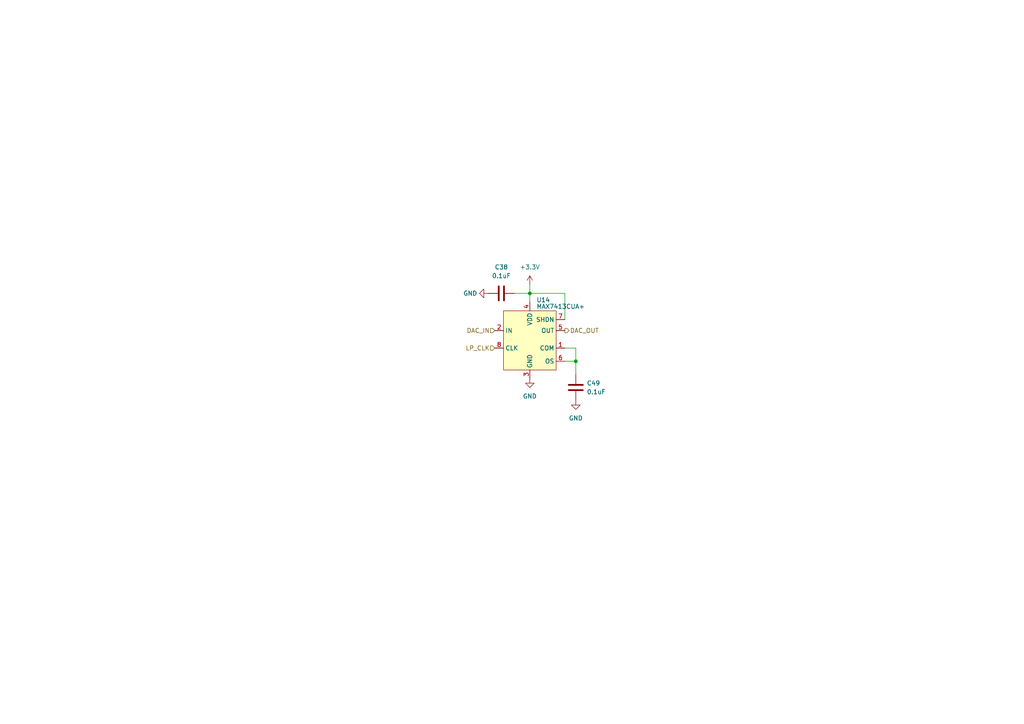
<source format=kicad_sch>
(kicad_sch (version 20230121) (generator eeschema)
  (paper "A4")
  (lib_symbols
    (symbol "Device:C" (pin_numbers hide) (pin_names (offset 0.254))
      (property "Reference" "C" (at 0.635 2.54 0))
      (property "Value" "C" (at 0.635 -2.54 0))
      (symbol "C_0_1"
        (polyline (pts (xy -2.032 -0.762) (xy 2.032 -0.762)) (stroke (width 0.508)))
        (polyline (pts (xy -2.032 0.762) (xy 2.032 0.762)) (stroke (width 0.508)))
      )
      (symbol "C_1_1"
        (pin passive line (at 0 3.81 270) (length 2.794) (name "~") (number "1"))
        (pin passive line (at 0 -3.81 90) (length 2.794) (name "~") (number "2"))
      )
    )
    (symbol "MAX7413:MAX7413CUA+-ND"
      (property "Reference" "U" (at -7.62 11.43 0))
      (property "Value" "MAX7413CUA+" (at -8.255 9.525 0))
      (symbol "MAX7413CUA+-ND_1_1"
        (rectangle (start -7.62 8.255) (end 7.62 -8.89) (fill (type background)))
        (pin passive line (at 10.16 -2.54 180) (length 2.54) (name "COM") (number "1"))
        (pin input line (at -10.16 2.54 0) (length 2.54) (name "IN") (number "2"))
        (pin power_in line (at 0 -11.43 90) (length 2.54) (name "GND") (number "3"))
        (pin power_in line (at 0 10.795 270) (length 2.54) (name "VDD") (number "4"))
        (pin output line (at 10.16 2.54 180) (length 2.54) (name "OUT") (number "5"))
        (pin passive line (at 10.16 -6.35 180) (length 2.54) (name "OS") (number "6"))
        (pin power_in line (at 10.16 5.715 180) (length 2.54) (name "SHDN") (number "7"))
        (pin input line (at -10.16 -2.54 0) (length 2.54) (name "CLK") (number "8"))
      )
    )
    (symbol "power:+3.3V" (power) (pin_names (offset 0))
      (property "Value" "+3.3V" (at 0 3.556 0))
      (symbol "+3.3V_0_1"
        (polyline (pts (xy -0.762 1.27) (xy 0 2.54)))
        (polyline (pts (xy 0 0) (xy 0 2.54)))
        (polyline (pts (xy 0 2.54) (xy 0.762 1.27)))
      )
      (symbol "+3.3V_1_1"
        (pin power_in line (at 0 0 90) (length 0) hide (name "+3.3V") (number "1"))
      )
    )
    (symbol "power:GND" (power) (pin_names (offset 0))
      (property "Value" "GND" (at 0 -3.81 0))
      (symbol "GND_0_1"
        (polyline (pts (xy 0 0) (xy 0 -1.27) (xy 1.27 -1.27) (xy 0 -2.54) (xy -1.27 -1.27) (xy 0 -1.27)))
      )
      (symbol "GND_1_1"
        (pin power_in line (at 0 0 270) (length 0) hide (name "GND") (number "1"))
      )
    )
  )
  (junction (at 167.005 104.775))
  (junction (at 153.67 85.09))
  (wire (pts (xy 163.83 85.09) (xy 153.67 85.09)))
  (wire (pts (xy 153.67 82.55) (xy 153.67 85.09)))
  (wire (pts (xy 163.83 100.965) (xy 167.005 100.965)))
  (wire (pts (xy 149.225 85.09) (xy 153.67 85.09)))
  (wire (pts (xy 167.005 100.965) (xy 167.005 104.775)))
  (wire (pts (xy 163.83 104.775) (xy 167.005 104.775)))
  (wire (pts (xy 163.83 92.71) (xy 163.83 85.09)))
  (wire (pts (xy 153.67 85.09) (xy 153.67 87.63)))
  (wire (pts (xy 167.005 104.775) (xy 167.005 108.585)))
  (hierarchical_label "DAC_OUT" (shape output) (at 163.83 95.885 0))
  (hierarchical_label "LP_CLK" (shape input) (at 143.51 100.965 180))
  (hierarchical_label "DAC_IN" (shape input) (at 143.51 95.885 180))
  (symbol (lib_id "power:+3.3V") (at 153.67 82.55 0) (unit 1)
    (property "Reference" "#PWR070" (effects hide))
    (property "Value" "+3.3V" (at 153.67 77.47 0))
    (instances (project "analog_frontend" (path "" (reference "#PWR070") (unit 1)) (path "" (reference "#PWR069") (unit 1)) (path "" (reference "#PWR0114") (unit 1))))
  )
  (symbol (lib_id "power:GND") (at 153.67 109.855 0) (unit 1)
    (property "Reference" "#PWR05" (effects hide))
    (property "Value" "GND" (at 153.67 114.935 0))
    (instances (project "analog_frontend" (path "" (reference "#PWR05") (unit 1)) (path "" (reference "#PWR048") (unit 1)) (path "" (reference "#PWR056") (unit 1)) (path "" (reference "#PWR048") (unit 1)) (path "" (reference "#PWR0117") (unit 1))))
  )
  (symbol (lib_id "power:GND") (at 141.605 85.09 270) (unit 1)
    (property "Reference" "#PWR05" (effects hide))
    (property "Value" "GND" (at 138.43 85.09 90) (effects (justify right)))
    (instances (project "analog_frontend" (path "" (reference "#PWR05") (unit 1)) (path "" (reference "#PWR048") (unit 1)) (path "" (reference "#PWR059") (unit 1)) (path "" (reference "#PWR052") (unit 1)) (path "" (reference "#PWR0113") (unit 1))))
  )
  (symbol (lib_id "MAX7413:MAX7413CUA+-ND") (at 153.67 98.425 0) (unit 1)
    (property "Reference" "U14" (at 155.575 86.995 0) (effects (justify left)))
    (property "Value" "MAX7413CUA+" (at 155.575 88.9 0) (effects (justify left)))
    (property "Footprint" "footprints:MAX7413CUA+" (effects hide))
    (instances (project "analog_frontend" (path "" (reference "U14") (unit 1)) (path "" (reference "U15") (unit 1)) (path "" (reference "U19") (unit 1))))
  )
  (symbol (lib_id "Device:C") (at 167.005 112.395 180) (unit 1)
    (property "Reference" "C49" (at 170.18 111.125 0) (effects (justify right)))
    (property "Value" "0.1uF" (at 170.18 113.665 0) (effects (justify right)))
    (property "Footprint" "Capacitor_SMD:C_0805_2012Metric" (effects hide))
    (instances (project "analog_frontend" (path "" (reference "C49") (unit 1)) (path "" (reference "C48") (unit 1)) (path "" (reference "C64") (unit 1))))
  )
  (symbol (lib_id "power:GND") (at 167.005 116.205 0) (unit 1)
    (property "Reference" "#PWR05" (effects hide))
    (property "Value" "GND" (at 167.005 121.285 0))
    (instances (project "analog_frontend" (path "" (reference "#PWR05") (unit 1)) (path "" (reference "#PWR048") (unit 1)) (path "" (reference "#PWR056") (unit 1)) (path "" (reference "#PWR048") (unit 1)) (path "" (reference "#PWR0111") (unit 1))))
  )
  (symbol (lib_id "Device:C") (at 145.415 85.09 90) (unit 1)
    (property "Reference" "C38" (at 145.415 77.47 90))
    (property "Value" "0.1uF" (at 145.415 80.01 90))
    (property "Footprint" "Capacitor_SMD:C_0805_2012Metric" (effects hide))
    (instances (project "analog_frontend" (path "" (reference "C38") (unit 1)) (path "" (reference "C39") (unit 1)) (path "" (reference "C63") (unit 1))))
  )
)
</source>
